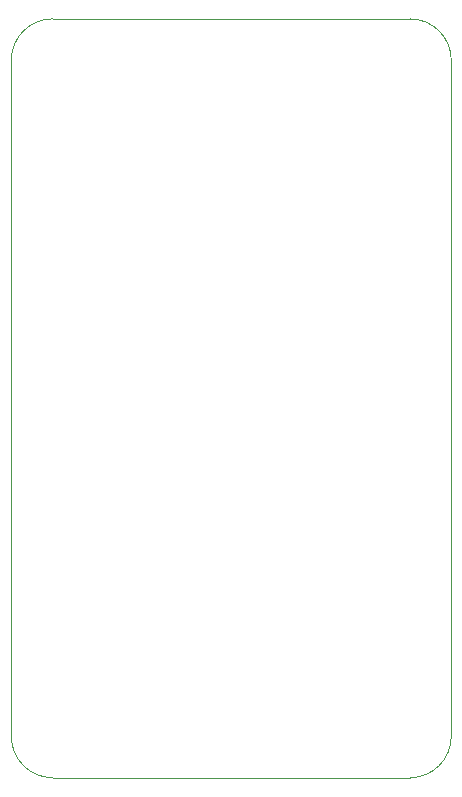
<source format=gbr>
%TF.GenerationSoftware,KiCad,Pcbnew,9.0.4*%
%TF.CreationDate,2025-10-07T14:59:10+07:00*%
%TF.ProjectId,pic0rick_Adapter,70696330-7269-4636-9b5f-416461707465,rev?*%
%TF.SameCoordinates,PX7641700PY7088980*%
%TF.FileFunction,Profile,NP*%
%FSLAX46Y46*%
G04 Gerber Fmt 4.6, Leading zero omitted, Abs format (unit mm)*
G04 Created by KiCad (PCBNEW 9.0.4) date 2025-10-07 14:59:10*
%MOMM*%
%LPD*%
G01*
G04 APERTURE LIST*
%TA.AperFunction,Profile*%
%ADD10C,0.050000*%
%TD*%
G04 APERTURE END LIST*
D10*
X33750000Y59500000D02*
G75*
G02*
X37250000Y56000000I0J-3500000D01*
G01*
X0Y56000000D02*
G75*
G02*
X3500000Y59500000I3500000J0D01*
G01*
X37250000Y-1250000D02*
G75*
G02*
X33750000Y-4750000I-3500000J0D01*
G01*
X3500000Y-4750000D02*
G75*
G02*
X0Y-1250000I0J3500000D01*
G01*
X37250000Y56000000D02*
X37250000Y-1250000D01*
X0Y-1250000D02*
X0Y56000000D01*
X3500000Y59500000D02*
X33750000Y59500000D01*
X33750000Y-4750000D02*
X3500000Y-4750000D01*
M02*

</source>
